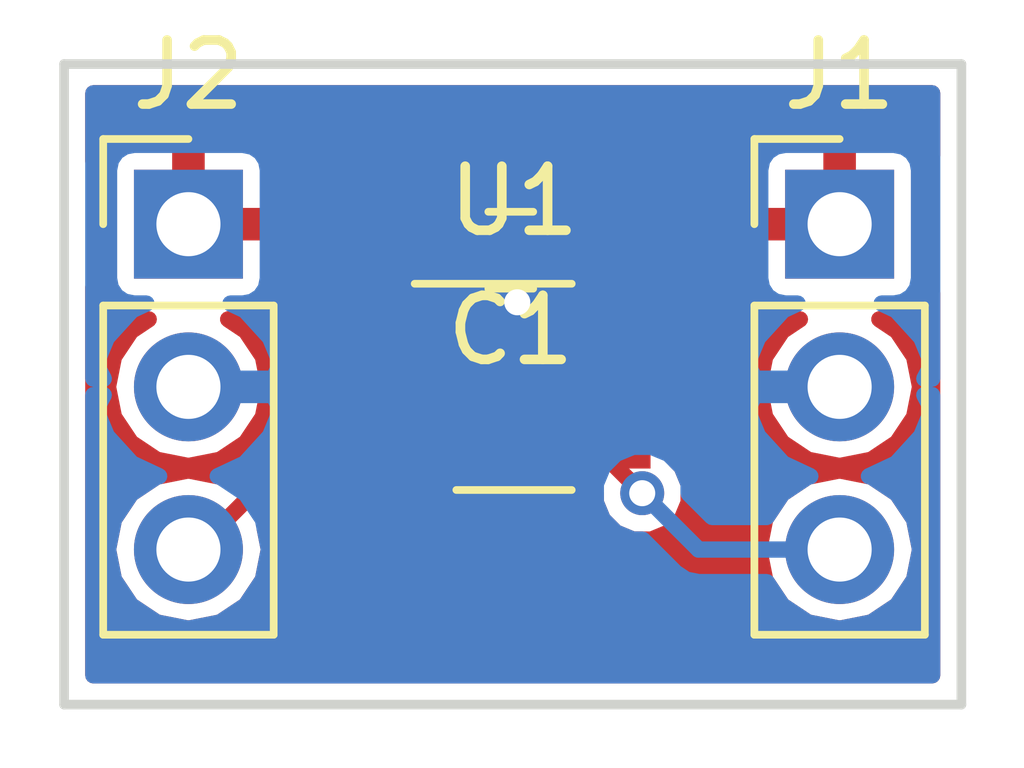
<source format=kicad_pcb>
(kicad_pcb (version 4) (host pcbnew 4.0.6)

  (general
    (links 8)
    (no_connects 0)
    (area 152.924999 60.924999 167.075001 71.075001)
    (thickness 1.6)
    (drawings 4)
    (tracks 15)
    (zones 0)
    (modules 4)
    (nets 5)
  )

  (page A4)
  (layers
    (0 F.Cu signal)
    (31 B.Cu signal)
    (32 B.Adhes user)
    (33 F.Adhes user)
    (34 B.Paste user)
    (35 F.Paste user)
    (36 B.SilkS user)
    (37 F.SilkS user)
    (38 B.Mask user)
    (39 F.Mask user)
    (40 Dwgs.User user)
    (41 Cmts.User user)
    (42 Eco1.User user)
    (43 Eco2.User user)
    (44 Edge.Cuts user)
    (45 Margin user)
    (46 B.CrtYd user)
    (47 F.CrtYd user)
    (48 B.Fab user)
    (49 F.Fab user)
  )

  (setup
    (last_trace_width 0.254)
    (trace_clearance 0.2032)
    (zone_clearance 0.254)
    (zone_45_only no)
    (trace_min 0.1524)
    (segment_width 0.2)
    (edge_width 0.15)
    (via_size 0.6858)
    (via_drill 0.4064)
    (via_min_size 0.6858)
    (via_min_drill 0.3302)
    (uvia_size 0.3)
    (uvia_drill 0.1)
    (uvias_allowed no)
    (uvia_min_size 0)
    (uvia_min_drill 0)
    (pcb_text_width 0.3)
    (pcb_text_size 1.5 1.5)
    (mod_edge_width 0.15)
    (mod_text_size 1 1)
    (mod_text_width 0.15)
    (pad_size 1.524 1.524)
    (pad_drill 0.762)
    (pad_to_mask_clearance 0.2)
    (aux_axis_origin 0 0)
    (visible_elements FFFFFF7F)
    (pcbplotparams
      (layerselection 0x00030_80000001)
      (usegerberextensions false)
      (excludeedgelayer true)
      (linewidth 0.100000)
      (plotframeref false)
      (viasonmask false)
      (mode 1)
      (useauxorigin false)
      (hpglpennumber 1)
      (hpglpenspeed 20)
      (hpglpendiameter 15)
      (hpglpenoverlay 2)
      (psnegative false)
      (psa4output false)
      (plotreference true)
      (plotvalue true)
      (plotinvisibletext false)
      (padsonsilk false)
      (subtractmaskfromsilk false)
      (outputformat 1)
      (mirror false)
      (drillshape 1)
      (scaleselection 1)
      (outputdirectory ""))
  )

  (net 0 "")
  (net 1 GND)
  (net 2 +5V)
  (net 3 /OUT)
  (net 4 /IN)

  (net_class Default "This is the default net class."
    (clearance 0.2032)
    (trace_width 0.254)
    (via_dia 0.6858)
    (via_drill 0.4064)
    (uvia_dia 0.3)
    (uvia_drill 0.1)
    (add_net +5V)
    (add_net /IN)
    (add_net /OUT)
    (add_net GND)
  )

  (module Pin_Headers:Pin_Header_Straight_1x03_Pitch2.54mm (layer F.Cu) (tedit 58CD4EC1) (tstamp 595A2B86)
    (at 154.94 63.5)
    (descr "Through hole straight pin header, 1x03, 2.54mm pitch, single row")
    (tags "Through hole pin header THT 1x03 2.54mm single row")
    (path /59412B5C)
    (fp_text reference J2 (at 0 -2.33) (layer F.SilkS)
      (effects (font (size 1 1) (thickness 0.15)))
    )
    (fp_text value IN (at 0 7.41) (layer F.Fab)
      (effects (font (size 1 1) (thickness 0.15)))
    )
    (fp_line (start -1.27 -1.27) (end -1.27 6.35) (layer F.Fab) (width 0.1))
    (fp_line (start -1.27 6.35) (end 1.27 6.35) (layer F.Fab) (width 0.1))
    (fp_line (start 1.27 6.35) (end 1.27 -1.27) (layer F.Fab) (width 0.1))
    (fp_line (start 1.27 -1.27) (end -1.27 -1.27) (layer F.Fab) (width 0.1))
    (fp_line (start -1.33 1.27) (end -1.33 6.41) (layer F.SilkS) (width 0.12))
    (fp_line (start -1.33 6.41) (end 1.33 6.41) (layer F.SilkS) (width 0.12))
    (fp_line (start 1.33 6.41) (end 1.33 1.27) (layer F.SilkS) (width 0.12))
    (fp_line (start 1.33 1.27) (end -1.33 1.27) (layer F.SilkS) (width 0.12))
    (fp_line (start -1.33 0) (end -1.33 -1.33) (layer F.SilkS) (width 0.12))
    (fp_line (start -1.33 -1.33) (end 0 -1.33) (layer F.SilkS) (width 0.12))
    (fp_line (start -1.8 -1.8) (end -1.8 6.85) (layer F.CrtYd) (width 0.05))
    (fp_line (start -1.8 6.85) (end 1.8 6.85) (layer F.CrtYd) (width 0.05))
    (fp_line (start 1.8 6.85) (end 1.8 -1.8) (layer F.CrtYd) (width 0.05))
    (fp_line (start 1.8 -1.8) (end -1.8 -1.8) (layer F.CrtYd) (width 0.05))
    (fp_text user %R (at 0 -2.33) (layer F.Fab)
      (effects (font (size 1 1) (thickness 0.15)))
    )
    (pad 1 thru_hole rect (at 0 0) (size 1.7 1.7) (drill 1) (layers *.Cu *.Mask)
      (net 1 GND))
    (pad 2 thru_hole oval (at 0 2.54) (size 1.7 1.7) (drill 1) (layers *.Cu *.Mask)
      (net 2 +5V))
    (pad 3 thru_hole oval (at 0 5.08) (size 1.7 1.7) (drill 1) (layers *.Cu *.Mask)
      (net 4 /IN))
    (model ${KISYS3DMOD}/Pin_Headers.3dshapes/Pin_Header_Straight_1x03_Pitch2.54mm.wrl
      (at (xyz 0 -0.1 0))
      (scale (xyz 1 1 1))
      (rotate (xyz 0 0 90))
    )
  )

  (module Pin_Headers:Pin_Header_Straight_1x03_Pitch2.54mm (layer F.Cu) (tedit 58CD4EC1) (tstamp 595A2B7F)
    (at 165.1 63.5)
    (descr "Through hole straight pin header, 1x03, 2.54mm pitch, single row")
    (tags "Through hole pin header THT 1x03 2.54mm single row")
    (path /59412BE6)
    (fp_text reference J1 (at 0 -2.33) (layer F.SilkS)
      (effects (font (size 1 1) (thickness 0.15)))
    )
    (fp_text value OUT (at 0 7.41) (layer F.Fab)
      (effects (font (size 1 1) (thickness 0.15)))
    )
    (fp_line (start -1.27 -1.27) (end -1.27 6.35) (layer F.Fab) (width 0.1))
    (fp_line (start -1.27 6.35) (end 1.27 6.35) (layer F.Fab) (width 0.1))
    (fp_line (start 1.27 6.35) (end 1.27 -1.27) (layer F.Fab) (width 0.1))
    (fp_line (start 1.27 -1.27) (end -1.27 -1.27) (layer F.Fab) (width 0.1))
    (fp_line (start -1.33 1.27) (end -1.33 6.41) (layer F.SilkS) (width 0.12))
    (fp_line (start -1.33 6.41) (end 1.33 6.41) (layer F.SilkS) (width 0.12))
    (fp_line (start 1.33 6.41) (end 1.33 1.27) (layer F.SilkS) (width 0.12))
    (fp_line (start 1.33 1.27) (end -1.33 1.27) (layer F.SilkS) (width 0.12))
    (fp_line (start -1.33 0) (end -1.33 -1.33) (layer F.SilkS) (width 0.12))
    (fp_line (start -1.33 -1.33) (end 0 -1.33) (layer F.SilkS) (width 0.12))
    (fp_line (start -1.8 -1.8) (end -1.8 6.85) (layer F.CrtYd) (width 0.05))
    (fp_line (start -1.8 6.85) (end 1.8 6.85) (layer F.CrtYd) (width 0.05))
    (fp_line (start 1.8 6.85) (end 1.8 -1.8) (layer F.CrtYd) (width 0.05))
    (fp_line (start 1.8 -1.8) (end -1.8 -1.8) (layer F.CrtYd) (width 0.05))
    (fp_text user %R (at 0 -2.33) (layer F.Fab)
      (effects (font (size 1 1) (thickness 0.15)))
    )
    (pad 1 thru_hole rect (at 0 0) (size 1.7 1.7) (drill 1) (layers *.Cu *.Mask)
      (net 1 GND))
    (pad 2 thru_hole oval (at 0 2.54) (size 1.7 1.7) (drill 1) (layers *.Cu *.Mask)
      (net 2 +5V))
    (pad 3 thru_hole oval (at 0 5.08) (size 1.7 1.7) (drill 1) (layers *.Cu *.Mask)
      (net 3 /OUT))
    (model ${KISYS3DMOD}/Pin_Headers.3dshapes/Pin_Header_Straight_1x03_Pitch2.54mm.wrl
      (at (xyz 0 -0.1 0))
      (scale (xyz 1 1 1))
      (rotate (xyz 0 0 90))
    )
  )

  (module TO_SOT_Packages_SMD:SOT-23-5_HandSoldering (layer F.Cu) (tedit 58CE4E7E) (tstamp 595A2B8F)
    (at 160.02 66.04)
    (descr "5-pin SOT23 package")
    (tags "SOT-23-5 hand-soldering")
    (path /595A2B03)
    (attr smd)
    (fp_text reference U1 (at 0 -2.9) (layer F.SilkS)
      (effects (font (size 1 1) (thickness 0.15)))
    )
    (fp_text value 74AHC1G14 (at 0 2.9) (layer F.Fab)
      (effects (font (size 1 1) (thickness 0.15)))
    )
    (fp_text user %R (at 0 0) (layer F.Fab)
      (effects (font (size 0.5 0.5) (thickness 0.075)))
    )
    (fp_line (start -0.9 1.61) (end 0.9 1.61) (layer F.SilkS) (width 0.12))
    (fp_line (start 0.9 -1.61) (end -1.55 -1.61) (layer F.SilkS) (width 0.12))
    (fp_line (start -0.9 -0.9) (end -0.25 -1.55) (layer F.Fab) (width 0.1))
    (fp_line (start 0.9 -1.55) (end -0.25 -1.55) (layer F.Fab) (width 0.1))
    (fp_line (start -0.9 -0.9) (end -0.9 1.55) (layer F.Fab) (width 0.1))
    (fp_line (start 0.9 1.55) (end -0.9 1.55) (layer F.Fab) (width 0.1))
    (fp_line (start 0.9 -1.55) (end 0.9 1.55) (layer F.Fab) (width 0.1))
    (fp_line (start -2.38 -1.8) (end 2.38 -1.8) (layer F.CrtYd) (width 0.05))
    (fp_line (start -2.38 -1.8) (end -2.38 1.8) (layer F.CrtYd) (width 0.05))
    (fp_line (start 2.38 1.8) (end 2.38 -1.8) (layer F.CrtYd) (width 0.05))
    (fp_line (start 2.38 1.8) (end -2.38 1.8) (layer F.CrtYd) (width 0.05))
    (pad 1 smd rect (at -1.35 -0.95) (size 1.56 0.65) (layers F.Cu F.Paste F.Mask))
    (pad 2 smd rect (at -1.35 0) (size 1.56 0.65) (layers F.Cu F.Paste F.Mask)
      (net 4 /IN))
    (pad 3 smd rect (at -1.35 0.95) (size 1.56 0.65) (layers F.Cu F.Paste F.Mask)
      (net 1 GND))
    (pad 4 smd rect (at 1.35 0.95) (size 1.56 0.65) (layers F.Cu F.Paste F.Mask)
      (net 3 /OUT))
    (pad 5 smd rect (at 1.35 -0.95) (size 1.56 0.65) (layers F.Cu F.Paste F.Mask)
      (net 2 +5V))
    (model ${KISYS3DMOD}/TO_SOT_Packages_SMD.3dshapes\SOT-23-5.wrl
      (at (xyz 0 0 0))
      (scale (xyz 1 1 1))
      (rotate (xyz 0 0 0))
    )
  )

  (module Capacitors_SMD:C_0603_HandSoldering (layer F.Cu) (tedit 58AA848B) (tstamp 595A3036)
    (at 159.9692 63.9064 180)
    (descr "Capacitor SMD 0603, hand soldering")
    (tags "capacitor 0603")
    (path /595A2F97)
    (attr smd)
    (fp_text reference C1 (at 0 -1.25 180) (layer F.SilkS)
      (effects (font (size 1 1) (thickness 0.15)))
    )
    (fp_text value C (at 0 1.5 180) (layer F.Fab)
      (effects (font (size 1 1) (thickness 0.15)))
    )
    (fp_text user %R (at 0 -1.25 180) (layer F.Fab)
      (effects (font (size 1 1) (thickness 0.15)))
    )
    (fp_line (start -0.8 0.4) (end -0.8 -0.4) (layer F.Fab) (width 0.1))
    (fp_line (start 0.8 0.4) (end -0.8 0.4) (layer F.Fab) (width 0.1))
    (fp_line (start 0.8 -0.4) (end 0.8 0.4) (layer F.Fab) (width 0.1))
    (fp_line (start -0.8 -0.4) (end 0.8 -0.4) (layer F.Fab) (width 0.1))
    (fp_line (start -0.35 -0.6) (end 0.35 -0.6) (layer F.SilkS) (width 0.12))
    (fp_line (start 0.35 0.6) (end -0.35 0.6) (layer F.SilkS) (width 0.12))
    (fp_line (start -1.8 -0.65) (end 1.8 -0.65) (layer F.CrtYd) (width 0.05))
    (fp_line (start -1.8 -0.65) (end -1.8 0.65) (layer F.CrtYd) (width 0.05))
    (fp_line (start 1.8 0.65) (end 1.8 -0.65) (layer F.CrtYd) (width 0.05))
    (fp_line (start 1.8 0.65) (end -1.8 0.65) (layer F.CrtYd) (width 0.05))
    (pad 1 smd rect (at -0.95 0 180) (size 1.2 0.75) (layers F.Cu F.Paste F.Mask)
      (net 2 +5V))
    (pad 2 smd rect (at 0.95 0 180) (size 1.2 0.75) (layers F.Cu F.Paste F.Mask)
      (net 1 GND))
    (model Capacitors_SMD.3dshapes/C_0603.wrl
      (at (xyz 0 0 0))
      (scale (xyz 1 1 1))
      (rotate (xyz 0 0 0))
    )
  )

  (gr_line (start 153 71) (end 153 61) (angle 90) (layer Edge.Cuts) (width 0.15))
  (gr_line (start 167 71) (end 153 71) (angle 90) (layer Edge.Cuts) (width 0.15))
  (gr_line (start 167 61) (end 167 71) (angle 90) (layer Edge.Cuts) (width 0.15))
  (gr_line (start 153 61) (end 167 61) (angle 90) (layer Edge.Cuts) (width 0.15))

  (segment (start 160.9192 63.9064) (end 161.1376 64.5668) (width 0.254) (layer F.Cu) (net 2))
  (segment (start 161.1376 64.5668) (end 161.37 65.09) (width 0.254) (layer F.Cu) (net 2) (tstamp 595A313E))
  (segment (start 160.9192 63.9064) (end 160.8836 63.9064) (width 0.254) (layer F.Cu) (net 2))
  (segment (start 160.8836 63.9064) (end 160.0708 64.7192) (width 0.254) (layer F.Cu) (net 2) (tstamp 595A312C))
  (via (at 160.0708 64.7192) (size 0.6858) (drill 0.4064) (layers F.Cu B.Cu) (net 2))
  (segment (start 154.94 66.04) (end 155.575 66.04) (width 0.254) (layer F.Cu) (net 2))
  (segment (start 161.0335 65.09) (end 161.37 65.09) (width 0.254) (layer F.Cu) (net 2) (tstamp 595A2D05))
  (segment (start 161.37 66.99) (end 161.37 67.05) (width 0.254) (layer F.Cu) (net 3))
  (segment (start 161.37 67.05) (end 162.02 67.7) (width 0.254) (layer F.Cu) (net 3) (tstamp 595A2F05))
  (via (at 162.02 67.7) (size 0.6858) (drill 0.4064) (layers F.Cu B.Cu) (net 3))
  (segment (start 162.02 67.7) (end 162.9 68.58) (width 0.254) (layer B.Cu) (net 3) (tstamp 595A2F11))
  (segment (start 162.9 68.58) (end 165.1 68.58) (width 0.254) (layer B.Cu) (net 3) (tstamp 595A2F12))
  (segment (start 154.94 68.58) (end 155.067 68.58) (width 0.254) (layer F.Cu) (net 4))
  (segment (start 155.067 68.58) (end 157.607 66.04) (width 0.254) (layer F.Cu) (net 4) (tstamp 595A2CD4))
  (segment (start 157.607 66.04) (end 158.67 66.04) (width 0.254) (layer F.Cu) (net 4) (tstamp 595A2CDB))

  (zone (net 1) (net_name GND) (layer F.Cu) (tstamp 595A2DC4) (hatch edge 0.508)
    (connect_pads (clearance 0.254))
    (min_thickness 0.254)
    (fill yes (arc_segments 16) (thermal_gap 0.508) (thermal_bridge_width 0.508))
    (polygon
      (pts
        (xy 168 72) (xy 152 72) (xy 152 60) (xy 168 60)
      )
    )
    (filled_polygon
      (pts
        (xy 166.544 62.424707) (xy 166.488327 62.290301) (xy 166.309698 62.111673) (xy 166.076309 62.015) (xy 165.38575 62.015)
        (xy 165.227 62.17375) (xy 165.227 63.373) (xy 165.247 63.373) (xy 165.247 63.627) (xy 165.227 63.627)
        (xy 165.227 63.647) (xy 164.973 63.647) (xy 164.973 63.627) (xy 163.77375 63.627) (xy 163.615 63.78575)
        (xy 163.615 64.47631) (xy 163.711673 64.709699) (xy 163.890302 64.888327) (xy 164.123691 64.985) (xy 164.481636 64.985)
        (xy 164.205435 65.169552) (xy 163.938587 65.568917) (xy 163.844883 66.04) (xy 163.938587 66.511083) (xy 164.205435 66.910448)
        (xy 164.6048 67.177296) (xy 165.075883 67.271) (xy 165.124117 67.271) (xy 165.5952 67.177296) (xy 165.994565 66.910448)
        (xy 166.261413 66.511083) (xy 166.355117 66.04) (xy 166.261413 65.568917) (xy 165.994565 65.169552) (xy 165.718364 64.985)
        (xy 166.076309 64.985) (xy 166.309698 64.888327) (xy 166.488327 64.709699) (xy 166.544 64.575293) (xy 166.544 70.544)
        (xy 153.456 70.544) (xy 153.456 68.58) (xy 153.684883 68.58) (xy 153.778587 69.051083) (xy 154.045435 69.450448)
        (xy 154.4448 69.717296) (xy 154.915883 69.811) (xy 154.964117 69.811) (xy 155.4352 69.717296) (xy 155.834565 69.450448)
        (xy 156.101413 69.051083) (xy 156.195117 68.58) (xy 163.844883 68.58) (xy 163.938587 69.051083) (xy 164.205435 69.450448)
        (xy 164.6048 69.717296) (xy 165.075883 69.811) (xy 165.124117 69.811) (xy 165.5952 69.717296) (xy 165.994565 69.450448)
        (xy 166.261413 69.051083) (xy 166.355117 68.58) (xy 166.261413 68.108917) (xy 165.994565 67.709552) (xy 165.5952 67.442704)
        (xy 165.124117 67.349) (xy 165.075883 67.349) (xy 164.6048 67.442704) (xy 164.205435 67.709552) (xy 163.938587 68.108917)
        (xy 163.844883 68.58) (xy 156.195117 68.58) (xy 156.127144 68.238276) (xy 157.255 67.110421) (xy 157.255 67.117002)
        (xy 157.413748 67.117002) (xy 157.255 67.27575) (xy 157.255 67.44131) (xy 157.351673 67.674699) (xy 157.530302 67.853327)
        (xy 157.763691 67.95) (xy 158.38425 67.95) (xy 158.543 67.79125) (xy 158.543 67.117) (xy 158.797 67.117)
        (xy 158.797 67.79125) (xy 158.95575 67.95) (xy 159.576309 67.95) (xy 159.809698 67.853327) (xy 159.988327 67.674699)
        (xy 160.085 67.44131) (xy 160.085 67.27575) (xy 159.92625 67.117) (xy 158.797 67.117) (xy 158.543 67.117)
        (xy 158.523 67.117) (xy 158.523 66.863) (xy 158.543 66.863) (xy 158.543 66.843) (xy 158.797 66.843)
        (xy 158.797 66.863) (xy 159.92625 66.863) (xy 160.085 66.70425) (xy 160.085 66.665) (xy 160.201536 66.665)
        (xy 160.201536 67.315) (xy 160.228103 67.45619) (xy 160.311546 67.585865) (xy 160.438866 67.672859) (xy 160.59 67.703464)
        (xy 161.296097 67.703464) (xy 161.295975 67.843361) (xy 161.40595 68.109521) (xy 161.609408 68.313335) (xy 161.875376 68.423774)
        (xy 162.163361 68.424025) (xy 162.429521 68.31405) (xy 162.633335 68.110592) (xy 162.743774 67.844624) (xy 162.744025 67.556639)
        (xy 162.63405 67.290479) (xy 162.538464 67.194726) (xy 162.538464 66.665) (xy 162.511897 66.52381) (xy 162.428454 66.394135)
        (xy 162.301134 66.307141) (xy 162.15 66.276536) (xy 160.59 66.276536) (xy 160.44881 66.303103) (xy 160.319135 66.386546)
        (xy 160.232141 66.513866) (xy 160.201536 66.665) (xy 160.085 66.665) (xy 160.085 66.53869) (xy 159.988327 66.305301)
        (xy 159.838464 66.155439) (xy 159.838464 65.715) (xy 159.811897 65.57381) (xy 159.807395 65.566813) (xy 159.807859 65.566134)
        (xy 159.838464 65.415) (xy 159.838464 65.406553) (xy 159.926176 65.442974) (xy 160.206846 65.443219) (xy 160.228103 65.55619)
        (xy 160.311546 65.685865) (xy 160.438866 65.772859) (xy 160.59 65.803464) (xy 162.15 65.803464) (xy 162.29119 65.776897)
        (xy 162.420865 65.693454) (xy 162.507859 65.566134) (xy 162.538464 65.415) (xy 162.538464 64.765) (xy 162.511897 64.62381)
        (xy 162.428454 64.494135) (xy 162.301134 64.407141) (xy 162.15 64.376536) (xy 161.888399 64.376536) (xy 161.907664 64.2814)
        (xy 161.907664 63.5314) (xy 161.881097 63.39021) (xy 161.797654 63.260535) (xy 161.670334 63.173541) (xy 161.5192 63.142936)
        (xy 160.3192 63.142936) (xy 160.17801 63.169503) (xy 160.161119 63.180372) (xy 160.157527 63.171701) (xy 159.978898 62.993073)
        (xy 159.745509 62.8964) (xy 159.30495 62.8964) (xy 159.1462 63.05515) (xy 159.1462 63.7794) (xy 159.1662 63.7794)
        (xy 159.1662 64.0334) (xy 159.1462 64.0334) (xy 159.1462 64.0534) (xy 158.8922 64.0534) (xy 158.8922 64.0334)
        (xy 157.94295 64.0334) (xy 157.7842 64.19215) (xy 157.7842 64.396444) (xy 157.74881 64.403103) (xy 157.619135 64.486546)
        (xy 157.532141 64.613866) (xy 157.501536 64.765) (xy 157.501536 65.415) (xy 157.526562 65.548) (xy 157.412597 65.570669)
        (xy 157.35791 65.60721) (xy 157.247789 65.68079) (xy 155.465578 67.463002) (xy 155.4352 67.442704) (xy 154.964117 67.349)
        (xy 154.915883 67.349) (xy 154.4448 67.442704) (xy 154.045435 67.709552) (xy 153.778587 68.108917) (xy 153.684883 68.58)
        (xy 153.456 68.58) (xy 153.456 64.478724) (xy 153.551673 64.709699) (xy 153.730302 64.888327) (xy 153.963691 64.985)
        (xy 154.321636 64.985) (xy 154.045435 65.169552) (xy 153.778587 65.568917) (xy 153.684883 66.04) (xy 153.778587 66.511083)
        (xy 154.045435 66.910448) (xy 154.4448 67.177296) (xy 154.915883 67.271) (xy 154.964117 67.271) (xy 155.4352 67.177296)
        (xy 155.834565 66.910448) (xy 156.101413 66.511083) (xy 156.195117 66.04) (xy 156.101413 65.568917) (xy 155.834565 65.169552)
        (xy 155.558364 64.985) (xy 155.916309 64.985) (xy 156.149698 64.888327) (xy 156.328327 64.709699) (xy 156.425 64.47631)
        (xy 156.425 63.78575) (xy 156.26625 63.627) (xy 155.067 63.627) (xy 155.067 63.647) (xy 154.813 63.647)
        (xy 154.813 63.627) (xy 154.793 63.627) (xy 154.793 63.40509) (xy 157.7842 63.40509) (xy 157.7842 63.62065)
        (xy 157.94295 63.7794) (xy 158.8922 63.7794) (xy 158.8922 63.05515) (xy 158.73345 62.8964) (xy 158.292891 62.8964)
        (xy 158.059502 62.993073) (xy 157.880873 63.171701) (xy 157.7842 63.40509) (xy 154.793 63.40509) (xy 154.793 63.373)
        (xy 154.813 63.373) (xy 154.813 62.17375) (xy 155.067 62.17375) (xy 155.067 63.373) (xy 156.26625 63.373)
        (xy 156.425 63.21425) (xy 156.425 62.52369) (xy 163.615 62.52369) (xy 163.615 63.21425) (xy 163.77375 63.373)
        (xy 164.973 63.373) (xy 164.973 62.17375) (xy 164.81425 62.015) (xy 164.123691 62.015) (xy 163.890302 62.111673)
        (xy 163.711673 62.290301) (xy 163.615 62.52369) (xy 156.425 62.52369) (xy 156.328327 62.290301) (xy 156.149698 62.111673)
        (xy 155.916309 62.015) (xy 155.22575 62.015) (xy 155.067 62.17375) (xy 154.813 62.17375) (xy 154.65425 62.015)
        (xy 153.963691 62.015) (xy 153.730302 62.111673) (xy 153.551673 62.290301) (xy 153.456 62.521276) (xy 153.456 61.456)
        (xy 166.544 61.456)
      )
    )
  )
  (zone (net 2) (net_name +5V) (layer B.Cu) (tstamp 595A2DD6) (hatch edge 0.508)
    (connect_pads (clearance 0.254))
    (min_thickness 0.254)
    (fill yes (arc_segments 16) (thermal_gap 0.508) (thermal_bridge_width 0.508))
    (polygon
      (pts
        (xy 168 72) (xy 152 72) (xy 152 60) (xy 168 60)
      )
    )
    (filled_polygon
      (pts
        (xy 166.544 65.912998) (xy 166.420156 65.912998) (xy 166.541476 65.68311) (xy 166.371645 65.273076) (xy 165.981358 64.844817)
        (xy 165.754895 64.738464) (xy 165.95 64.738464) (xy 166.09119 64.711897) (xy 166.220865 64.628454) (xy 166.307859 64.501134)
        (xy 166.338464 64.35) (xy 166.338464 62.65) (xy 166.311897 62.50881) (xy 166.228454 62.379135) (xy 166.101134 62.292141)
        (xy 165.95 62.261536) (xy 164.25 62.261536) (xy 164.10881 62.288103) (xy 163.979135 62.371546) (xy 163.892141 62.498866)
        (xy 163.861536 62.65) (xy 163.861536 64.35) (xy 163.888103 64.49119) (xy 163.971546 64.620865) (xy 164.098866 64.707859)
        (xy 164.25 64.738464) (xy 164.445105 64.738464) (xy 164.218642 64.844817) (xy 163.828355 65.273076) (xy 163.658524 65.68311)
        (xy 163.779845 65.913) (xy 164.973 65.913) (xy 164.973 65.893) (xy 165.227 65.893) (xy 165.227 65.913)
        (xy 165.247 65.913) (xy 165.247 66.167) (xy 165.227 66.167) (xy 165.227 66.187) (xy 164.973 66.187)
        (xy 164.973 66.167) (xy 163.779845 66.167) (xy 163.658524 66.39689) (xy 163.828355 66.806924) (xy 164.218642 67.235183)
        (xy 164.643947 67.434917) (xy 164.6048 67.442704) (xy 164.205435 67.709552) (xy 163.963254 68.072) (xy 163.11042 68.072)
        (xy 162.743895 67.705475) (xy 162.744025 67.556639) (xy 162.63405 67.290479) (xy 162.430592 67.086665) (xy 162.164624 66.976226)
        (xy 161.876639 66.975975) (xy 161.610479 67.08595) (xy 161.406665 67.289408) (xy 161.296226 67.555376) (xy 161.295975 67.843361)
        (xy 161.40595 68.109521) (xy 161.609408 68.313335) (xy 161.875376 68.423774) (xy 162.025485 68.423905) (xy 162.54079 68.93921)
        (xy 162.705597 69.049331) (xy 162.9 69.088) (xy 163.963254 69.088) (xy 164.205435 69.450448) (xy 164.6048 69.717296)
        (xy 165.075883 69.811) (xy 165.124117 69.811) (xy 165.5952 69.717296) (xy 165.994565 69.450448) (xy 166.261413 69.051083)
        (xy 166.355117 68.58) (xy 166.261413 68.108917) (xy 165.994565 67.709552) (xy 165.5952 67.442704) (xy 165.556053 67.434917)
        (xy 165.981358 67.235183) (xy 166.371645 66.806924) (xy 166.541476 66.39689) (xy 166.420156 66.167002) (xy 166.544 66.167002)
        (xy 166.544 70.544) (xy 153.456 70.544) (xy 153.456 66.167002) (xy 153.619844 66.167002) (xy 153.498524 66.39689)
        (xy 153.668355 66.806924) (xy 154.058642 67.235183) (xy 154.483947 67.434917) (xy 154.4448 67.442704) (xy 154.045435 67.709552)
        (xy 153.778587 68.108917) (xy 153.684883 68.58) (xy 153.778587 69.051083) (xy 154.045435 69.450448) (xy 154.4448 69.717296)
        (xy 154.915883 69.811) (xy 154.964117 69.811) (xy 155.4352 69.717296) (xy 155.834565 69.450448) (xy 156.101413 69.051083)
        (xy 156.195117 68.58) (xy 156.101413 68.108917) (xy 155.834565 67.709552) (xy 155.4352 67.442704) (xy 155.396053 67.434917)
        (xy 155.821358 67.235183) (xy 156.211645 66.806924) (xy 156.381476 66.39689) (xy 156.260155 66.167) (xy 155.067 66.167)
        (xy 155.067 66.187) (xy 154.813 66.187) (xy 154.813 66.167) (xy 154.793 66.167) (xy 154.793 65.913)
        (xy 154.813 65.913) (xy 154.813 65.893) (xy 155.067 65.893) (xy 155.067 65.913) (xy 156.260155 65.913)
        (xy 156.381476 65.68311) (xy 156.211645 65.273076) (xy 155.821358 64.844817) (xy 155.594895 64.738464) (xy 155.79 64.738464)
        (xy 155.93119 64.711897) (xy 156.060865 64.628454) (xy 156.147859 64.501134) (xy 156.178464 64.35) (xy 156.178464 62.65)
        (xy 156.151897 62.50881) (xy 156.068454 62.379135) (xy 155.941134 62.292141) (xy 155.79 62.261536) (xy 154.09 62.261536)
        (xy 153.94881 62.288103) (xy 153.819135 62.371546) (xy 153.732141 62.498866) (xy 153.701536 62.65) (xy 153.701536 64.35)
        (xy 153.728103 64.49119) (xy 153.811546 64.620865) (xy 153.938866 64.707859) (xy 154.09 64.738464) (xy 154.285105 64.738464)
        (xy 154.058642 64.844817) (xy 153.668355 65.273076) (xy 153.498524 65.68311) (xy 153.619844 65.912998) (xy 153.456 65.912998)
        (xy 153.456 61.456) (xy 166.544 61.456)
      )
    )
  )
)

</source>
